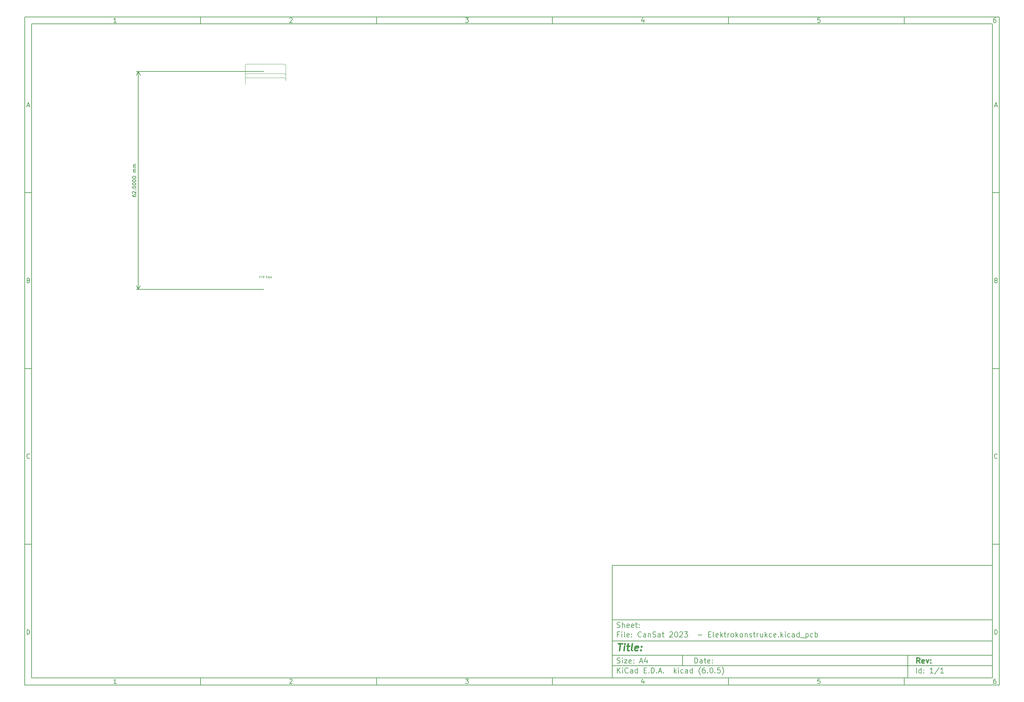
<source format=gbr>
%TF.GenerationSoftware,KiCad,Pcbnew,(6.0.5)*%
%TF.CreationDate,2022-11-07T11:26:13+01:00*%
%TF.ProjectId,CanSat 2023  - Elektrokonstrukce,43616e53-6174-4203-9230-323320202d20,rev?*%
%TF.SameCoordinates,Original*%
%TF.FileFunction,OtherDrawing,Comment*%
%FSLAX46Y46*%
G04 Gerber Fmt 4.6, Leading zero omitted, Abs format (unit mm)*
G04 Created by KiCad (PCBNEW (6.0.5)) date 2022-11-07 11:26:13*
%MOMM*%
%LPD*%
G01*
G04 APERTURE LIST*
%ADD10C,0.100000*%
%ADD11C,0.150000*%
%ADD12C,0.300000*%
%ADD13C,0.400000*%
G04 APERTURE END LIST*
D10*
D11*
X177002200Y-166007200D02*
X177002200Y-198007200D01*
X285002200Y-198007200D01*
X285002200Y-166007200D01*
X177002200Y-166007200D01*
D10*
D11*
X10000000Y-10000000D02*
X10000000Y-200007200D01*
X287002200Y-200007200D01*
X287002200Y-10000000D01*
X10000000Y-10000000D01*
D10*
D11*
X12000000Y-12000000D02*
X12000000Y-198007200D01*
X285002200Y-198007200D01*
X285002200Y-12000000D01*
X12000000Y-12000000D01*
D10*
D11*
X60000000Y-12000000D02*
X60000000Y-10000000D01*
D10*
D11*
X110000000Y-12000000D02*
X110000000Y-10000000D01*
D10*
D11*
X160000000Y-12000000D02*
X160000000Y-10000000D01*
D10*
D11*
X210000000Y-12000000D02*
X210000000Y-10000000D01*
D10*
D11*
X260000000Y-12000000D02*
X260000000Y-10000000D01*
D10*
D11*
X36065476Y-11588095D02*
X35322619Y-11588095D01*
X35694047Y-11588095D02*
X35694047Y-10288095D01*
X35570238Y-10473809D01*
X35446428Y-10597619D01*
X35322619Y-10659523D01*
D10*
D11*
X85322619Y-10411904D02*
X85384523Y-10350000D01*
X85508333Y-10288095D01*
X85817857Y-10288095D01*
X85941666Y-10350000D01*
X86003571Y-10411904D01*
X86065476Y-10535714D01*
X86065476Y-10659523D01*
X86003571Y-10845238D01*
X85260714Y-11588095D01*
X86065476Y-11588095D01*
D10*
D11*
X135260714Y-10288095D02*
X136065476Y-10288095D01*
X135632142Y-10783333D01*
X135817857Y-10783333D01*
X135941666Y-10845238D01*
X136003571Y-10907142D01*
X136065476Y-11030952D01*
X136065476Y-11340476D01*
X136003571Y-11464285D01*
X135941666Y-11526190D01*
X135817857Y-11588095D01*
X135446428Y-11588095D01*
X135322619Y-11526190D01*
X135260714Y-11464285D01*
D10*
D11*
X185941666Y-10721428D02*
X185941666Y-11588095D01*
X185632142Y-10226190D02*
X185322619Y-11154761D01*
X186127380Y-11154761D01*
D10*
D11*
X236003571Y-10288095D02*
X235384523Y-10288095D01*
X235322619Y-10907142D01*
X235384523Y-10845238D01*
X235508333Y-10783333D01*
X235817857Y-10783333D01*
X235941666Y-10845238D01*
X236003571Y-10907142D01*
X236065476Y-11030952D01*
X236065476Y-11340476D01*
X236003571Y-11464285D01*
X235941666Y-11526190D01*
X235817857Y-11588095D01*
X235508333Y-11588095D01*
X235384523Y-11526190D01*
X235322619Y-11464285D01*
D10*
D11*
X285941666Y-10288095D02*
X285694047Y-10288095D01*
X285570238Y-10350000D01*
X285508333Y-10411904D01*
X285384523Y-10597619D01*
X285322619Y-10845238D01*
X285322619Y-11340476D01*
X285384523Y-11464285D01*
X285446428Y-11526190D01*
X285570238Y-11588095D01*
X285817857Y-11588095D01*
X285941666Y-11526190D01*
X286003571Y-11464285D01*
X286065476Y-11340476D01*
X286065476Y-11030952D01*
X286003571Y-10907142D01*
X285941666Y-10845238D01*
X285817857Y-10783333D01*
X285570238Y-10783333D01*
X285446428Y-10845238D01*
X285384523Y-10907142D01*
X285322619Y-11030952D01*
D10*
D11*
X60000000Y-198007200D02*
X60000000Y-200007200D01*
D10*
D11*
X110000000Y-198007200D02*
X110000000Y-200007200D01*
D10*
D11*
X160000000Y-198007200D02*
X160000000Y-200007200D01*
D10*
D11*
X210000000Y-198007200D02*
X210000000Y-200007200D01*
D10*
D11*
X260000000Y-198007200D02*
X260000000Y-200007200D01*
D10*
D11*
X36065476Y-199595295D02*
X35322619Y-199595295D01*
X35694047Y-199595295D02*
X35694047Y-198295295D01*
X35570238Y-198481009D01*
X35446428Y-198604819D01*
X35322619Y-198666723D01*
D10*
D11*
X85322619Y-198419104D02*
X85384523Y-198357200D01*
X85508333Y-198295295D01*
X85817857Y-198295295D01*
X85941666Y-198357200D01*
X86003571Y-198419104D01*
X86065476Y-198542914D01*
X86065476Y-198666723D01*
X86003571Y-198852438D01*
X85260714Y-199595295D01*
X86065476Y-199595295D01*
D10*
D11*
X135260714Y-198295295D02*
X136065476Y-198295295D01*
X135632142Y-198790533D01*
X135817857Y-198790533D01*
X135941666Y-198852438D01*
X136003571Y-198914342D01*
X136065476Y-199038152D01*
X136065476Y-199347676D01*
X136003571Y-199471485D01*
X135941666Y-199533390D01*
X135817857Y-199595295D01*
X135446428Y-199595295D01*
X135322619Y-199533390D01*
X135260714Y-199471485D01*
D10*
D11*
X185941666Y-198728628D02*
X185941666Y-199595295D01*
X185632142Y-198233390D02*
X185322619Y-199161961D01*
X186127380Y-199161961D01*
D10*
D11*
X236003571Y-198295295D02*
X235384523Y-198295295D01*
X235322619Y-198914342D01*
X235384523Y-198852438D01*
X235508333Y-198790533D01*
X235817857Y-198790533D01*
X235941666Y-198852438D01*
X236003571Y-198914342D01*
X236065476Y-199038152D01*
X236065476Y-199347676D01*
X236003571Y-199471485D01*
X235941666Y-199533390D01*
X235817857Y-199595295D01*
X235508333Y-199595295D01*
X235384523Y-199533390D01*
X235322619Y-199471485D01*
D10*
D11*
X285941666Y-198295295D02*
X285694047Y-198295295D01*
X285570238Y-198357200D01*
X285508333Y-198419104D01*
X285384523Y-198604819D01*
X285322619Y-198852438D01*
X285322619Y-199347676D01*
X285384523Y-199471485D01*
X285446428Y-199533390D01*
X285570238Y-199595295D01*
X285817857Y-199595295D01*
X285941666Y-199533390D01*
X286003571Y-199471485D01*
X286065476Y-199347676D01*
X286065476Y-199038152D01*
X286003571Y-198914342D01*
X285941666Y-198852438D01*
X285817857Y-198790533D01*
X285570238Y-198790533D01*
X285446428Y-198852438D01*
X285384523Y-198914342D01*
X285322619Y-199038152D01*
D10*
D11*
X10000000Y-60000000D02*
X12000000Y-60000000D01*
D10*
D11*
X10000000Y-110000000D02*
X12000000Y-110000000D01*
D10*
D11*
X10000000Y-160000000D02*
X12000000Y-160000000D01*
D10*
D11*
X10690476Y-35216666D02*
X11309523Y-35216666D01*
X10566666Y-35588095D02*
X11000000Y-34288095D01*
X11433333Y-35588095D01*
D10*
D11*
X11092857Y-84907142D02*
X11278571Y-84969047D01*
X11340476Y-85030952D01*
X11402380Y-85154761D01*
X11402380Y-85340476D01*
X11340476Y-85464285D01*
X11278571Y-85526190D01*
X11154761Y-85588095D01*
X10659523Y-85588095D01*
X10659523Y-84288095D01*
X11092857Y-84288095D01*
X11216666Y-84350000D01*
X11278571Y-84411904D01*
X11340476Y-84535714D01*
X11340476Y-84659523D01*
X11278571Y-84783333D01*
X11216666Y-84845238D01*
X11092857Y-84907142D01*
X10659523Y-84907142D01*
D10*
D11*
X11402380Y-135464285D02*
X11340476Y-135526190D01*
X11154761Y-135588095D01*
X11030952Y-135588095D01*
X10845238Y-135526190D01*
X10721428Y-135402380D01*
X10659523Y-135278571D01*
X10597619Y-135030952D01*
X10597619Y-134845238D01*
X10659523Y-134597619D01*
X10721428Y-134473809D01*
X10845238Y-134350000D01*
X11030952Y-134288095D01*
X11154761Y-134288095D01*
X11340476Y-134350000D01*
X11402380Y-134411904D01*
D10*
D11*
X10659523Y-185588095D02*
X10659523Y-184288095D01*
X10969047Y-184288095D01*
X11154761Y-184350000D01*
X11278571Y-184473809D01*
X11340476Y-184597619D01*
X11402380Y-184845238D01*
X11402380Y-185030952D01*
X11340476Y-185278571D01*
X11278571Y-185402380D01*
X11154761Y-185526190D01*
X10969047Y-185588095D01*
X10659523Y-185588095D01*
D10*
D11*
X287002200Y-60000000D02*
X285002200Y-60000000D01*
D10*
D11*
X287002200Y-110000000D02*
X285002200Y-110000000D01*
D10*
D11*
X287002200Y-160000000D02*
X285002200Y-160000000D01*
D10*
D11*
X285692676Y-35216666D02*
X286311723Y-35216666D01*
X285568866Y-35588095D02*
X286002200Y-34288095D01*
X286435533Y-35588095D01*
D10*
D11*
X286095057Y-84907142D02*
X286280771Y-84969047D01*
X286342676Y-85030952D01*
X286404580Y-85154761D01*
X286404580Y-85340476D01*
X286342676Y-85464285D01*
X286280771Y-85526190D01*
X286156961Y-85588095D01*
X285661723Y-85588095D01*
X285661723Y-84288095D01*
X286095057Y-84288095D01*
X286218866Y-84350000D01*
X286280771Y-84411904D01*
X286342676Y-84535714D01*
X286342676Y-84659523D01*
X286280771Y-84783333D01*
X286218866Y-84845238D01*
X286095057Y-84907142D01*
X285661723Y-84907142D01*
D10*
D11*
X286404580Y-135464285D02*
X286342676Y-135526190D01*
X286156961Y-135588095D01*
X286033152Y-135588095D01*
X285847438Y-135526190D01*
X285723628Y-135402380D01*
X285661723Y-135278571D01*
X285599819Y-135030952D01*
X285599819Y-134845238D01*
X285661723Y-134597619D01*
X285723628Y-134473809D01*
X285847438Y-134350000D01*
X286033152Y-134288095D01*
X286156961Y-134288095D01*
X286342676Y-134350000D01*
X286404580Y-134411904D01*
D10*
D11*
X285661723Y-185588095D02*
X285661723Y-184288095D01*
X285971247Y-184288095D01*
X286156961Y-184350000D01*
X286280771Y-184473809D01*
X286342676Y-184597619D01*
X286404580Y-184845238D01*
X286404580Y-185030952D01*
X286342676Y-185278571D01*
X286280771Y-185402380D01*
X286156961Y-185526190D01*
X285971247Y-185588095D01*
X285661723Y-185588095D01*
D10*
D11*
X200434342Y-193785771D02*
X200434342Y-192285771D01*
X200791485Y-192285771D01*
X201005771Y-192357200D01*
X201148628Y-192500057D01*
X201220057Y-192642914D01*
X201291485Y-192928628D01*
X201291485Y-193142914D01*
X201220057Y-193428628D01*
X201148628Y-193571485D01*
X201005771Y-193714342D01*
X200791485Y-193785771D01*
X200434342Y-193785771D01*
X202577200Y-193785771D02*
X202577200Y-193000057D01*
X202505771Y-192857200D01*
X202362914Y-192785771D01*
X202077200Y-192785771D01*
X201934342Y-192857200D01*
X202577200Y-193714342D02*
X202434342Y-193785771D01*
X202077200Y-193785771D01*
X201934342Y-193714342D01*
X201862914Y-193571485D01*
X201862914Y-193428628D01*
X201934342Y-193285771D01*
X202077200Y-193214342D01*
X202434342Y-193214342D01*
X202577200Y-193142914D01*
X203077200Y-192785771D02*
X203648628Y-192785771D01*
X203291485Y-192285771D02*
X203291485Y-193571485D01*
X203362914Y-193714342D01*
X203505771Y-193785771D01*
X203648628Y-193785771D01*
X204720057Y-193714342D02*
X204577200Y-193785771D01*
X204291485Y-193785771D01*
X204148628Y-193714342D01*
X204077200Y-193571485D01*
X204077200Y-193000057D01*
X204148628Y-192857200D01*
X204291485Y-192785771D01*
X204577200Y-192785771D01*
X204720057Y-192857200D01*
X204791485Y-193000057D01*
X204791485Y-193142914D01*
X204077200Y-193285771D01*
X205434342Y-193642914D02*
X205505771Y-193714342D01*
X205434342Y-193785771D01*
X205362914Y-193714342D01*
X205434342Y-193642914D01*
X205434342Y-193785771D01*
X205434342Y-192857200D02*
X205505771Y-192928628D01*
X205434342Y-193000057D01*
X205362914Y-192928628D01*
X205434342Y-192857200D01*
X205434342Y-193000057D01*
D10*
D11*
X177002200Y-194507200D02*
X285002200Y-194507200D01*
D10*
D11*
X178434342Y-196585771D02*
X178434342Y-195085771D01*
X179291485Y-196585771D02*
X178648628Y-195728628D01*
X179291485Y-195085771D02*
X178434342Y-195942914D01*
X179934342Y-196585771D02*
X179934342Y-195585771D01*
X179934342Y-195085771D02*
X179862914Y-195157200D01*
X179934342Y-195228628D01*
X180005771Y-195157200D01*
X179934342Y-195085771D01*
X179934342Y-195228628D01*
X181505771Y-196442914D02*
X181434342Y-196514342D01*
X181220057Y-196585771D01*
X181077200Y-196585771D01*
X180862914Y-196514342D01*
X180720057Y-196371485D01*
X180648628Y-196228628D01*
X180577200Y-195942914D01*
X180577200Y-195728628D01*
X180648628Y-195442914D01*
X180720057Y-195300057D01*
X180862914Y-195157200D01*
X181077200Y-195085771D01*
X181220057Y-195085771D01*
X181434342Y-195157200D01*
X181505771Y-195228628D01*
X182791485Y-196585771D02*
X182791485Y-195800057D01*
X182720057Y-195657200D01*
X182577200Y-195585771D01*
X182291485Y-195585771D01*
X182148628Y-195657200D01*
X182791485Y-196514342D02*
X182648628Y-196585771D01*
X182291485Y-196585771D01*
X182148628Y-196514342D01*
X182077200Y-196371485D01*
X182077200Y-196228628D01*
X182148628Y-196085771D01*
X182291485Y-196014342D01*
X182648628Y-196014342D01*
X182791485Y-195942914D01*
X184148628Y-196585771D02*
X184148628Y-195085771D01*
X184148628Y-196514342D02*
X184005771Y-196585771D01*
X183720057Y-196585771D01*
X183577200Y-196514342D01*
X183505771Y-196442914D01*
X183434342Y-196300057D01*
X183434342Y-195871485D01*
X183505771Y-195728628D01*
X183577200Y-195657200D01*
X183720057Y-195585771D01*
X184005771Y-195585771D01*
X184148628Y-195657200D01*
X186005771Y-195800057D02*
X186505771Y-195800057D01*
X186720057Y-196585771D02*
X186005771Y-196585771D01*
X186005771Y-195085771D01*
X186720057Y-195085771D01*
X187362914Y-196442914D02*
X187434342Y-196514342D01*
X187362914Y-196585771D01*
X187291485Y-196514342D01*
X187362914Y-196442914D01*
X187362914Y-196585771D01*
X188077200Y-196585771D02*
X188077200Y-195085771D01*
X188434342Y-195085771D01*
X188648628Y-195157200D01*
X188791485Y-195300057D01*
X188862914Y-195442914D01*
X188934342Y-195728628D01*
X188934342Y-195942914D01*
X188862914Y-196228628D01*
X188791485Y-196371485D01*
X188648628Y-196514342D01*
X188434342Y-196585771D01*
X188077200Y-196585771D01*
X189577200Y-196442914D02*
X189648628Y-196514342D01*
X189577200Y-196585771D01*
X189505771Y-196514342D01*
X189577200Y-196442914D01*
X189577200Y-196585771D01*
X190220057Y-196157200D02*
X190934342Y-196157200D01*
X190077200Y-196585771D02*
X190577200Y-195085771D01*
X191077200Y-196585771D01*
X191577200Y-196442914D02*
X191648628Y-196514342D01*
X191577200Y-196585771D01*
X191505771Y-196514342D01*
X191577200Y-196442914D01*
X191577200Y-196585771D01*
X194577200Y-196585771D02*
X194577200Y-195085771D01*
X194720057Y-196014342D02*
X195148628Y-196585771D01*
X195148628Y-195585771D02*
X194577200Y-196157200D01*
X195791485Y-196585771D02*
X195791485Y-195585771D01*
X195791485Y-195085771D02*
X195720057Y-195157200D01*
X195791485Y-195228628D01*
X195862914Y-195157200D01*
X195791485Y-195085771D01*
X195791485Y-195228628D01*
X197148628Y-196514342D02*
X197005771Y-196585771D01*
X196720057Y-196585771D01*
X196577200Y-196514342D01*
X196505771Y-196442914D01*
X196434342Y-196300057D01*
X196434342Y-195871485D01*
X196505771Y-195728628D01*
X196577200Y-195657200D01*
X196720057Y-195585771D01*
X197005771Y-195585771D01*
X197148628Y-195657200D01*
X198434342Y-196585771D02*
X198434342Y-195800057D01*
X198362914Y-195657200D01*
X198220057Y-195585771D01*
X197934342Y-195585771D01*
X197791485Y-195657200D01*
X198434342Y-196514342D02*
X198291485Y-196585771D01*
X197934342Y-196585771D01*
X197791485Y-196514342D01*
X197720057Y-196371485D01*
X197720057Y-196228628D01*
X197791485Y-196085771D01*
X197934342Y-196014342D01*
X198291485Y-196014342D01*
X198434342Y-195942914D01*
X199791485Y-196585771D02*
X199791485Y-195085771D01*
X199791485Y-196514342D02*
X199648628Y-196585771D01*
X199362914Y-196585771D01*
X199220057Y-196514342D01*
X199148628Y-196442914D01*
X199077200Y-196300057D01*
X199077200Y-195871485D01*
X199148628Y-195728628D01*
X199220057Y-195657200D01*
X199362914Y-195585771D01*
X199648628Y-195585771D01*
X199791485Y-195657200D01*
X202077200Y-197157200D02*
X202005771Y-197085771D01*
X201862914Y-196871485D01*
X201791485Y-196728628D01*
X201720057Y-196514342D01*
X201648628Y-196157200D01*
X201648628Y-195871485D01*
X201720057Y-195514342D01*
X201791485Y-195300057D01*
X201862914Y-195157200D01*
X202005771Y-194942914D01*
X202077200Y-194871485D01*
X203291485Y-195085771D02*
X203005771Y-195085771D01*
X202862914Y-195157200D01*
X202791485Y-195228628D01*
X202648628Y-195442914D01*
X202577200Y-195728628D01*
X202577200Y-196300057D01*
X202648628Y-196442914D01*
X202720057Y-196514342D01*
X202862914Y-196585771D01*
X203148628Y-196585771D01*
X203291485Y-196514342D01*
X203362914Y-196442914D01*
X203434342Y-196300057D01*
X203434342Y-195942914D01*
X203362914Y-195800057D01*
X203291485Y-195728628D01*
X203148628Y-195657200D01*
X202862914Y-195657200D01*
X202720057Y-195728628D01*
X202648628Y-195800057D01*
X202577200Y-195942914D01*
X204077200Y-196442914D02*
X204148628Y-196514342D01*
X204077200Y-196585771D01*
X204005771Y-196514342D01*
X204077200Y-196442914D01*
X204077200Y-196585771D01*
X205077200Y-195085771D02*
X205220057Y-195085771D01*
X205362914Y-195157200D01*
X205434342Y-195228628D01*
X205505771Y-195371485D01*
X205577200Y-195657200D01*
X205577200Y-196014342D01*
X205505771Y-196300057D01*
X205434342Y-196442914D01*
X205362914Y-196514342D01*
X205220057Y-196585771D01*
X205077200Y-196585771D01*
X204934342Y-196514342D01*
X204862914Y-196442914D01*
X204791485Y-196300057D01*
X204720057Y-196014342D01*
X204720057Y-195657200D01*
X204791485Y-195371485D01*
X204862914Y-195228628D01*
X204934342Y-195157200D01*
X205077200Y-195085771D01*
X206220057Y-196442914D02*
X206291485Y-196514342D01*
X206220057Y-196585771D01*
X206148628Y-196514342D01*
X206220057Y-196442914D01*
X206220057Y-196585771D01*
X207648628Y-195085771D02*
X206934342Y-195085771D01*
X206862914Y-195800057D01*
X206934342Y-195728628D01*
X207077200Y-195657200D01*
X207434342Y-195657200D01*
X207577200Y-195728628D01*
X207648628Y-195800057D01*
X207720057Y-195942914D01*
X207720057Y-196300057D01*
X207648628Y-196442914D01*
X207577200Y-196514342D01*
X207434342Y-196585771D01*
X207077200Y-196585771D01*
X206934342Y-196514342D01*
X206862914Y-196442914D01*
X208220057Y-197157200D02*
X208291485Y-197085771D01*
X208434342Y-196871485D01*
X208505771Y-196728628D01*
X208577200Y-196514342D01*
X208648628Y-196157200D01*
X208648628Y-195871485D01*
X208577200Y-195514342D01*
X208505771Y-195300057D01*
X208434342Y-195157200D01*
X208291485Y-194942914D01*
X208220057Y-194871485D01*
D10*
D11*
X177002200Y-191507200D02*
X285002200Y-191507200D01*
D10*
D12*
X264411485Y-193785771D02*
X263911485Y-193071485D01*
X263554342Y-193785771D02*
X263554342Y-192285771D01*
X264125771Y-192285771D01*
X264268628Y-192357200D01*
X264340057Y-192428628D01*
X264411485Y-192571485D01*
X264411485Y-192785771D01*
X264340057Y-192928628D01*
X264268628Y-193000057D01*
X264125771Y-193071485D01*
X263554342Y-193071485D01*
X265625771Y-193714342D02*
X265482914Y-193785771D01*
X265197200Y-193785771D01*
X265054342Y-193714342D01*
X264982914Y-193571485D01*
X264982914Y-193000057D01*
X265054342Y-192857200D01*
X265197200Y-192785771D01*
X265482914Y-192785771D01*
X265625771Y-192857200D01*
X265697200Y-193000057D01*
X265697200Y-193142914D01*
X264982914Y-193285771D01*
X266197200Y-192785771D02*
X266554342Y-193785771D01*
X266911485Y-192785771D01*
X267482914Y-193642914D02*
X267554342Y-193714342D01*
X267482914Y-193785771D01*
X267411485Y-193714342D01*
X267482914Y-193642914D01*
X267482914Y-193785771D01*
X267482914Y-192857200D02*
X267554342Y-192928628D01*
X267482914Y-193000057D01*
X267411485Y-192928628D01*
X267482914Y-192857200D01*
X267482914Y-193000057D01*
D10*
D11*
X178362914Y-193714342D02*
X178577200Y-193785771D01*
X178934342Y-193785771D01*
X179077200Y-193714342D01*
X179148628Y-193642914D01*
X179220057Y-193500057D01*
X179220057Y-193357200D01*
X179148628Y-193214342D01*
X179077200Y-193142914D01*
X178934342Y-193071485D01*
X178648628Y-193000057D01*
X178505771Y-192928628D01*
X178434342Y-192857200D01*
X178362914Y-192714342D01*
X178362914Y-192571485D01*
X178434342Y-192428628D01*
X178505771Y-192357200D01*
X178648628Y-192285771D01*
X179005771Y-192285771D01*
X179220057Y-192357200D01*
X179862914Y-193785771D02*
X179862914Y-192785771D01*
X179862914Y-192285771D02*
X179791485Y-192357200D01*
X179862914Y-192428628D01*
X179934342Y-192357200D01*
X179862914Y-192285771D01*
X179862914Y-192428628D01*
X180434342Y-192785771D02*
X181220057Y-192785771D01*
X180434342Y-193785771D01*
X181220057Y-193785771D01*
X182362914Y-193714342D02*
X182220057Y-193785771D01*
X181934342Y-193785771D01*
X181791485Y-193714342D01*
X181720057Y-193571485D01*
X181720057Y-193000057D01*
X181791485Y-192857200D01*
X181934342Y-192785771D01*
X182220057Y-192785771D01*
X182362914Y-192857200D01*
X182434342Y-193000057D01*
X182434342Y-193142914D01*
X181720057Y-193285771D01*
X183077200Y-193642914D02*
X183148628Y-193714342D01*
X183077200Y-193785771D01*
X183005771Y-193714342D01*
X183077200Y-193642914D01*
X183077200Y-193785771D01*
X183077200Y-192857200D02*
X183148628Y-192928628D01*
X183077200Y-193000057D01*
X183005771Y-192928628D01*
X183077200Y-192857200D01*
X183077200Y-193000057D01*
X184862914Y-193357200D02*
X185577200Y-193357200D01*
X184720057Y-193785771D02*
X185220057Y-192285771D01*
X185720057Y-193785771D01*
X186862914Y-192785771D02*
X186862914Y-193785771D01*
X186505771Y-192214342D02*
X186148628Y-193285771D01*
X187077200Y-193285771D01*
D10*
D11*
X263434342Y-196585771D02*
X263434342Y-195085771D01*
X264791485Y-196585771D02*
X264791485Y-195085771D01*
X264791485Y-196514342D02*
X264648628Y-196585771D01*
X264362914Y-196585771D01*
X264220057Y-196514342D01*
X264148628Y-196442914D01*
X264077200Y-196300057D01*
X264077200Y-195871485D01*
X264148628Y-195728628D01*
X264220057Y-195657200D01*
X264362914Y-195585771D01*
X264648628Y-195585771D01*
X264791485Y-195657200D01*
X265505771Y-196442914D02*
X265577200Y-196514342D01*
X265505771Y-196585771D01*
X265434342Y-196514342D01*
X265505771Y-196442914D01*
X265505771Y-196585771D01*
X265505771Y-195657200D02*
X265577200Y-195728628D01*
X265505771Y-195800057D01*
X265434342Y-195728628D01*
X265505771Y-195657200D01*
X265505771Y-195800057D01*
X268148628Y-196585771D02*
X267291485Y-196585771D01*
X267720057Y-196585771D02*
X267720057Y-195085771D01*
X267577200Y-195300057D01*
X267434342Y-195442914D01*
X267291485Y-195514342D01*
X269862914Y-195014342D02*
X268577200Y-196942914D01*
X271148628Y-196585771D02*
X270291485Y-196585771D01*
X270720057Y-196585771D02*
X270720057Y-195085771D01*
X270577200Y-195300057D01*
X270434342Y-195442914D01*
X270291485Y-195514342D01*
D10*
D11*
X177002200Y-187507200D02*
X285002200Y-187507200D01*
D10*
D13*
X178714580Y-188211961D02*
X179857438Y-188211961D01*
X179036009Y-190211961D02*
X179286009Y-188211961D01*
X180274104Y-190211961D02*
X180440771Y-188878628D01*
X180524104Y-188211961D02*
X180416961Y-188307200D01*
X180500295Y-188402438D01*
X180607438Y-188307200D01*
X180524104Y-188211961D01*
X180500295Y-188402438D01*
X181107438Y-188878628D02*
X181869342Y-188878628D01*
X181476485Y-188211961D02*
X181262200Y-189926247D01*
X181333628Y-190116723D01*
X181512200Y-190211961D01*
X181702676Y-190211961D01*
X182655057Y-190211961D02*
X182476485Y-190116723D01*
X182405057Y-189926247D01*
X182619342Y-188211961D01*
X184190771Y-190116723D02*
X183988390Y-190211961D01*
X183607438Y-190211961D01*
X183428866Y-190116723D01*
X183357438Y-189926247D01*
X183452676Y-189164342D01*
X183571723Y-188973866D01*
X183774104Y-188878628D01*
X184155057Y-188878628D01*
X184333628Y-188973866D01*
X184405057Y-189164342D01*
X184381247Y-189354819D01*
X183405057Y-189545295D01*
X185155057Y-190021485D02*
X185238390Y-190116723D01*
X185131247Y-190211961D01*
X185047914Y-190116723D01*
X185155057Y-190021485D01*
X185131247Y-190211961D01*
X185286009Y-188973866D02*
X185369342Y-189069104D01*
X185262200Y-189164342D01*
X185178866Y-189069104D01*
X185286009Y-188973866D01*
X185262200Y-189164342D01*
D10*
D11*
X178934342Y-185600057D02*
X178434342Y-185600057D01*
X178434342Y-186385771D02*
X178434342Y-184885771D01*
X179148628Y-184885771D01*
X179720057Y-186385771D02*
X179720057Y-185385771D01*
X179720057Y-184885771D02*
X179648628Y-184957200D01*
X179720057Y-185028628D01*
X179791485Y-184957200D01*
X179720057Y-184885771D01*
X179720057Y-185028628D01*
X180648628Y-186385771D02*
X180505771Y-186314342D01*
X180434342Y-186171485D01*
X180434342Y-184885771D01*
X181791485Y-186314342D02*
X181648628Y-186385771D01*
X181362914Y-186385771D01*
X181220057Y-186314342D01*
X181148628Y-186171485D01*
X181148628Y-185600057D01*
X181220057Y-185457200D01*
X181362914Y-185385771D01*
X181648628Y-185385771D01*
X181791485Y-185457200D01*
X181862914Y-185600057D01*
X181862914Y-185742914D01*
X181148628Y-185885771D01*
X182505771Y-186242914D02*
X182577200Y-186314342D01*
X182505771Y-186385771D01*
X182434342Y-186314342D01*
X182505771Y-186242914D01*
X182505771Y-186385771D01*
X182505771Y-185457200D02*
X182577200Y-185528628D01*
X182505771Y-185600057D01*
X182434342Y-185528628D01*
X182505771Y-185457200D01*
X182505771Y-185600057D01*
X185220057Y-186242914D02*
X185148628Y-186314342D01*
X184934342Y-186385771D01*
X184791485Y-186385771D01*
X184577200Y-186314342D01*
X184434342Y-186171485D01*
X184362914Y-186028628D01*
X184291485Y-185742914D01*
X184291485Y-185528628D01*
X184362914Y-185242914D01*
X184434342Y-185100057D01*
X184577200Y-184957200D01*
X184791485Y-184885771D01*
X184934342Y-184885771D01*
X185148628Y-184957200D01*
X185220057Y-185028628D01*
X186505771Y-186385771D02*
X186505771Y-185600057D01*
X186434342Y-185457200D01*
X186291485Y-185385771D01*
X186005771Y-185385771D01*
X185862914Y-185457200D01*
X186505771Y-186314342D02*
X186362914Y-186385771D01*
X186005771Y-186385771D01*
X185862914Y-186314342D01*
X185791485Y-186171485D01*
X185791485Y-186028628D01*
X185862914Y-185885771D01*
X186005771Y-185814342D01*
X186362914Y-185814342D01*
X186505771Y-185742914D01*
X187220057Y-185385771D02*
X187220057Y-186385771D01*
X187220057Y-185528628D02*
X187291485Y-185457200D01*
X187434342Y-185385771D01*
X187648628Y-185385771D01*
X187791485Y-185457200D01*
X187862914Y-185600057D01*
X187862914Y-186385771D01*
X188505771Y-186314342D02*
X188720057Y-186385771D01*
X189077200Y-186385771D01*
X189220057Y-186314342D01*
X189291485Y-186242914D01*
X189362914Y-186100057D01*
X189362914Y-185957200D01*
X189291485Y-185814342D01*
X189220057Y-185742914D01*
X189077200Y-185671485D01*
X188791485Y-185600057D01*
X188648628Y-185528628D01*
X188577200Y-185457200D01*
X188505771Y-185314342D01*
X188505771Y-185171485D01*
X188577200Y-185028628D01*
X188648628Y-184957200D01*
X188791485Y-184885771D01*
X189148628Y-184885771D01*
X189362914Y-184957200D01*
X190648628Y-186385771D02*
X190648628Y-185600057D01*
X190577200Y-185457200D01*
X190434342Y-185385771D01*
X190148628Y-185385771D01*
X190005771Y-185457200D01*
X190648628Y-186314342D02*
X190505771Y-186385771D01*
X190148628Y-186385771D01*
X190005771Y-186314342D01*
X189934342Y-186171485D01*
X189934342Y-186028628D01*
X190005771Y-185885771D01*
X190148628Y-185814342D01*
X190505771Y-185814342D01*
X190648628Y-185742914D01*
X191148628Y-185385771D02*
X191720057Y-185385771D01*
X191362914Y-184885771D02*
X191362914Y-186171485D01*
X191434342Y-186314342D01*
X191577200Y-186385771D01*
X191720057Y-186385771D01*
X193291485Y-185028628D02*
X193362914Y-184957200D01*
X193505771Y-184885771D01*
X193862914Y-184885771D01*
X194005771Y-184957200D01*
X194077200Y-185028628D01*
X194148628Y-185171485D01*
X194148628Y-185314342D01*
X194077200Y-185528628D01*
X193220057Y-186385771D01*
X194148628Y-186385771D01*
X195077200Y-184885771D02*
X195220057Y-184885771D01*
X195362914Y-184957200D01*
X195434342Y-185028628D01*
X195505771Y-185171485D01*
X195577200Y-185457200D01*
X195577200Y-185814342D01*
X195505771Y-186100057D01*
X195434342Y-186242914D01*
X195362914Y-186314342D01*
X195220057Y-186385771D01*
X195077200Y-186385771D01*
X194934342Y-186314342D01*
X194862914Y-186242914D01*
X194791485Y-186100057D01*
X194720057Y-185814342D01*
X194720057Y-185457200D01*
X194791485Y-185171485D01*
X194862914Y-185028628D01*
X194934342Y-184957200D01*
X195077200Y-184885771D01*
X196148628Y-185028628D02*
X196220057Y-184957200D01*
X196362914Y-184885771D01*
X196720057Y-184885771D01*
X196862914Y-184957200D01*
X196934342Y-185028628D01*
X197005771Y-185171485D01*
X197005771Y-185314342D01*
X196934342Y-185528628D01*
X196077200Y-186385771D01*
X197005771Y-186385771D01*
X197505771Y-184885771D02*
X198434342Y-184885771D01*
X197934342Y-185457200D01*
X198148628Y-185457200D01*
X198291485Y-185528628D01*
X198362914Y-185600057D01*
X198434342Y-185742914D01*
X198434342Y-186100057D01*
X198362914Y-186242914D01*
X198291485Y-186314342D01*
X198148628Y-186385771D01*
X197720057Y-186385771D01*
X197577200Y-186314342D01*
X197505771Y-186242914D01*
X201362914Y-185814342D02*
X202505771Y-185814342D01*
X204362914Y-185600057D02*
X204862914Y-185600057D01*
X205077200Y-186385771D02*
X204362914Y-186385771D01*
X204362914Y-184885771D01*
X205077200Y-184885771D01*
X205934342Y-186385771D02*
X205791485Y-186314342D01*
X205720057Y-186171485D01*
X205720057Y-184885771D01*
X207077200Y-186314342D02*
X206934342Y-186385771D01*
X206648628Y-186385771D01*
X206505771Y-186314342D01*
X206434342Y-186171485D01*
X206434342Y-185600057D01*
X206505771Y-185457200D01*
X206648628Y-185385771D01*
X206934342Y-185385771D01*
X207077200Y-185457200D01*
X207148628Y-185600057D01*
X207148628Y-185742914D01*
X206434342Y-185885771D01*
X207791485Y-186385771D02*
X207791485Y-184885771D01*
X207934342Y-185814342D02*
X208362914Y-186385771D01*
X208362914Y-185385771D02*
X207791485Y-185957200D01*
X208791485Y-185385771D02*
X209362914Y-185385771D01*
X209005771Y-184885771D02*
X209005771Y-186171485D01*
X209077200Y-186314342D01*
X209220057Y-186385771D01*
X209362914Y-186385771D01*
X209862914Y-186385771D02*
X209862914Y-185385771D01*
X209862914Y-185671485D02*
X209934342Y-185528628D01*
X210005771Y-185457200D01*
X210148628Y-185385771D01*
X210291485Y-185385771D01*
X211005771Y-186385771D02*
X210862914Y-186314342D01*
X210791485Y-186242914D01*
X210720057Y-186100057D01*
X210720057Y-185671485D01*
X210791485Y-185528628D01*
X210862914Y-185457200D01*
X211005771Y-185385771D01*
X211220057Y-185385771D01*
X211362914Y-185457200D01*
X211434342Y-185528628D01*
X211505771Y-185671485D01*
X211505771Y-186100057D01*
X211434342Y-186242914D01*
X211362914Y-186314342D01*
X211220057Y-186385771D01*
X211005771Y-186385771D01*
X212148628Y-186385771D02*
X212148628Y-184885771D01*
X212291485Y-185814342D02*
X212720057Y-186385771D01*
X212720057Y-185385771D02*
X212148628Y-185957200D01*
X213577200Y-186385771D02*
X213434342Y-186314342D01*
X213362914Y-186242914D01*
X213291485Y-186100057D01*
X213291485Y-185671485D01*
X213362914Y-185528628D01*
X213434342Y-185457200D01*
X213577200Y-185385771D01*
X213791485Y-185385771D01*
X213934342Y-185457200D01*
X214005771Y-185528628D01*
X214077200Y-185671485D01*
X214077200Y-186100057D01*
X214005771Y-186242914D01*
X213934342Y-186314342D01*
X213791485Y-186385771D01*
X213577200Y-186385771D01*
X214720057Y-185385771D02*
X214720057Y-186385771D01*
X214720057Y-185528628D02*
X214791485Y-185457200D01*
X214934342Y-185385771D01*
X215148628Y-185385771D01*
X215291485Y-185457200D01*
X215362914Y-185600057D01*
X215362914Y-186385771D01*
X216005771Y-186314342D02*
X216148628Y-186385771D01*
X216434342Y-186385771D01*
X216577200Y-186314342D01*
X216648628Y-186171485D01*
X216648628Y-186100057D01*
X216577200Y-185957200D01*
X216434342Y-185885771D01*
X216220057Y-185885771D01*
X216077200Y-185814342D01*
X216005771Y-185671485D01*
X216005771Y-185600057D01*
X216077200Y-185457200D01*
X216220057Y-185385771D01*
X216434342Y-185385771D01*
X216577200Y-185457200D01*
X217077200Y-185385771D02*
X217648628Y-185385771D01*
X217291485Y-184885771D02*
X217291485Y-186171485D01*
X217362914Y-186314342D01*
X217505771Y-186385771D01*
X217648628Y-186385771D01*
X218148628Y-186385771D02*
X218148628Y-185385771D01*
X218148628Y-185671485D02*
X218220057Y-185528628D01*
X218291485Y-185457200D01*
X218434342Y-185385771D01*
X218577200Y-185385771D01*
X219720057Y-185385771D02*
X219720057Y-186385771D01*
X219077200Y-185385771D02*
X219077200Y-186171485D01*
X219148628Y-186314342D01*
X219291485Y-186385771D01*
X219505771Y-186385771D01*
X219648628Y-186314342D01*
X219720057Y-186242914D01*
X220434342Y-186385771D02*
X220434342Y-184885771D01*
X220577200Y-185814342D02*
X221005771Y-186385771D01*
X221005771Y-185385771D02*
X220434342Y-185957200D01*
X222291485Y-186314342D02*
X222148628Y-186385771D01*
X221862914Y-186385771D01*
X221720057Y-186314342D01*
X221648628Y-186242914D01*
X221577200Y-186100057D01*
X221577200Y-185671485D01*
X221648628Y-185528628D01*
X221720057Y-185457200D01*
X221862914Y-185385771D01*
X222148628Y-185385771D01*
X222291485Y-185457200D01*
X223505771Y-186314342D02*
X223362914Y-186385771D01*
X223077200Y-186385771D01*
X222934342Y-186314342D01*
X222862914Y-186171485D01*
X222862914Y-185600057D01*
X222934342Y-185457200D01*
X223077200Y-185385771D01*
X223362914Y-185385771D01*
X223505771Y-185457200D01*
X223577200Y-185600057D01*
X223577200Y-185742914D01*
X222862914Y-185885771D01*
X224220057Y-186242914D02*
X224291485Y-186314342D01*
X224220057Y-186385771D01*
X224148628Y-186314342D01*
X224220057Y-186242914D01*
X224220057Y-186385771D01*
X224934342Y-186385771D02*
X224934342Y-184885771D01*
X225077200Y-185814342D02*
X225505771Y-186385771D01*
X225505771Y-185385771D02*
X224934342Y-185957200D01*
X226148628Y-186385771D02*
X226148628Y-185385771D01*
X226148628Y-184885771D02*
X226077200Y-184957200D01*
X226148628Y-185028628D01*
X226220057Y-184957200D01*
X226148628Y-184885771D01*
X226148628Y-185028628D01*
X227505771Y-186314342D02*
X227362914Y-186385771D01*
X227077200Y-186385771D01*
X226934342Y-186314342D01*
X226862914Y-186242914D01*
X226791485Y-186100057D01*
X226791485Y-185671485D01*
X226862914Y-185528628D01*
X226934342Y-185457200D01*
X227077200Y-185385771D01*
X227362914Y-185385771D01*
X227505771Y-185457200D01*
X228791485Y-186385771D02*
X228791485Y-185600057D01*
X228720057Y-185457200D01*
X228577200Y-185385771D01*
X228291485Y-185385771D01*
X228148628Y-185457200D01*
X228791485Y-186314342D02*
X228648628Y-186385771D01*
X228291485Y-186385771D01*
X228148628Y-186314342D01*
X228077200Y-186171485D01*
X228077200Y-186028628D01*
X228148628Y-185885771D01*
X228291485Y-185814342D01*
X228648628Y-185814342D01*
X228791485Y-185742914D01*
X230148628Y-186385771D02*
X230148628Y-184885771D01*
X230148628Y-186314342D02*
X230005771Y-186385771D01*
X229720057Y-186385771D01*
X229577200Y-186314342D01*
X229505771Y-186242914D01*
X229434342Y-186100057D01*
X229434342Y-185671485D01*
X229505771Y-185528628D01*
X229577200Y-185457200D01*
X229720057Y-185385771D01*
X230005771Y-185385771D01*
X230148628Y-185457200D01*
X230505771Y-186528628D02*
X231648628Y-186528628D01*
X232005771Y-185385771D02*
X232005771Y-186885771D01*
X232005771Y-185457200D02*
X232148628Y-185385771D01*
X232434342Y-185385771D01*
X232577200Y-185457200D01*
X232648628Y-185528628D01*
X232720057Y-185671485D01*
X232720057Y-186100057D01*
X232648628Y-186242914D01*
X232577200Y-186314342D01*
X232434342Y-186385771D01*
X232148628Y-186385771D01*
X232005771Y-186314342D01*
X234005771Y-186314342D02*
X233862914Y-186385771D01*
X233577200Y-186385771D01*
X233434342Y-186314342D01*
X233362914Y-186242914D01*
X233291485Y-186100057D01*
X233291485Y-185671485D01*
X233362914Y-185528628D01*
X233434342Y-185457200D01*
X233577200Y-185385771D01*
X233862914Y-185385771D01*
X234005771Y-185457200D01*
X234648628Y-186385771D02*
X234648628Y-184885771D01*
X234648628Y-185457200D02*
X234791485Y-185385771D01*
X235077200Y-185385771D01*
X235220057Y-185457200D01*
X235291485Y-185528628D01*
X235362914Y-185671485D01*
X235362914Y-186100057D01*
X235291485Y-186242914D01*
X235220057Y-186314342D01*
X235077200Y-186385771D01*
X234791485Y-186385771D01*
X234648628Y-186314342D01*
D10*
D11*
X177002200Y-181507200D02*
X285002200Y-181507200D01*
D10*
D11*
X178362914Y-183614342D02*
X178577200Y-183685771D01*
X178934342Y-183685771D01*
X179077200Y-183614342D01*
X179148628Y-183542914D01*
X179220057Y-183400057D01*
X179220057Y-183257200D01*
X179148628Y-183114342D01*
X179077200Y-183042914D01*
X178934342Y-182971485D01*
X178648628Y-182900057D01*
X178505771Y-182828628D01*
X178434342Y-182757200D01*
X178362914Y-182614342D01*
X178362914Y-182471485D01*
X178434342Y-182328628D01*
X178505771Y-182257200D01*
X178648628Y-182185771D01*
X179005771Y-182185771D01*
X179220057Y-182257200D01*
X179862914Y-183685771D02*
X179862914Y-182185771D01*
X180505771Y-183685771D02*
X180505771Y-182900057D01*
X180434342Y-182757200D01*
X180291485Y-182685771D01*
X180077200Y-182685771D01*
X179934342Y-182757200D01*
X179862914Y-182828628D01*
X181791485Y-183614342D02*
X181648628Y-183685771D01*
X181362914Y-183685771D01*
X181220057Y-183614342D01*
X181148628Y-183471485D01*
X181148628Y-182900057D01*
X181220057Y-182757200D01*
X181362914Y-182685771D01*
X181648628Y-182685771D01*
X181791485Y-182757200D01*
X181862914Y-182900057D01*
X181862914Y-183042914D01*
X181148628Y-183185771D01*
X183077200Y-183614342D02*
X182934342Y-183685771D01*
X182648628Y-183685771D01*
X182505771Y-183614342D01*
X182434342Y-183471485D01*
X182434342Y-182900057D01*
X182505771Y-182757200D01*
X182648628Y-182685771D01*
X182934342Y-182685771D01*
X183077200Y-182757200D01*
X183148628Y-182900057D01*
X183148628Y-183042914D01*
X182434342Y-183185771D01*
X183577200Y-182685771D02*
X184148628Y-182685771D01*
X183791485Y-182185771D02*
X183791485Y-183471485D01*
X183862914Y-183614342D01*
X184005771Y-183685771D01*
X184148628Y-183685771D01*
X184648628Y-183542914D02*
X184720057Y-183614342D01*
X184648628Y-183685771D01*
X184577200Y-183614342D01*
X184648628Y-183542914D01*
X184648628Y-183685771D01*
X184648628Y-182757200D02*
X184720057Y-182828628D01*
X184648628Y-182900057D01*
X184577200Y-182828628D01*
X184648628Y-182757200D01*
X184648628Y-182900057D01*
D10*
D12*
D10*
D11*
D10*
D11*
D10*
D11*
D10*
D11*
D10*
D11*
X197002200Y-191507200D02*
X197002200Y-194507200D01*
D10*
D11*
X261002200Y-191507200D02*
X261002200Y-198007200D01*
X40622380Y-60642857D02*
X40622380Y-60833333D01*
X40670000Y-60928571D01*
X40717619Y-60976190D01*
X40860476Y-61071428D01*
X41050952Y-61119047D01*
X41431904Y-61119047D01*
X41527142Y-61071428D01*
X41574761Y-61023809D01*
X41622380Y-60928571D01*
X41622380Y-60738095D01*
X41574761Y-60642857D01*
X41527142Y-60595238D01*
X41431904Y-60547619D01*
X41193809Y-60547619D01*
X41098571Y-60595238D01*
X41050952Y-60642857D01*
X41003333Y-60738095D01*
X41003333Y-60928571D01*
X41050952Y-61023809D01*
X41098571Y-61071428D01*
X41193809Y-61119047D01*
X40717619Y-60166666D02*
X40670000Y-60119047D01*
X40622380Y-60023809D01*
X40622380Y-59785714D01*
X40670000Y-59690476D01*
X40717619Y-59642857D01*
X40812857Y-59595238D01*
X40908095Y-59595238D01*
X41050952Y-59642857D01*
X41622380Y-60214285D01*
X41622380Y-59595238D01*
X41527142Y-59166666D02*
X41574761Y-59119047D01*
X41622380Y-59166666D01*
X41574761Y-59214285D01*
X41527142Y-59166666D01*
X41622380Y-59166666D01*
X40622380Y-58500000D02*
X40622380Y-58404761D01*
X40670000Y-58309523D01*
X40717619Y-58261904D01*
X40812857Y-58214285D01*
X41003333Y-58166666D01*
X41241428Y-58166666D01*
X41431904Y-58214285D01*
X41527142Y-58261904D01*
X41574761Y-58309523D01*
X41622380Y-58404761D01*
X41622380Y-58500000D01*
X41574761Y-58595238D01*
X41527142Y-58642857D01*
X41431904Y-58690476D01*
X41241428Y-58738095D01*
X41003333Y-58738095D01*
X40812857Y-58690476D01*
X40717619Y-58642857D01*
X40670000Y-58595238D01*
X40622380Y-58500000D01*
X40622380Y-57547619D02*
X40622380Y-57452380D01*
X40670000Y-57357142D01*
X40717619Y-57309523D01*
X40812857Y-57261904D01*
X41003333Y-57214285D01*
X41241428Y-57214285D01*
X41431904Y-57261904D01*
X41527142Y-57309523D01*
X41574761Y-57357142D01*
X41622380Y-57452380D01*
X41622380Y-57547619D01*
X41574761Y-57642857D01*
X41527142Y-57690476D01*
X41431904Y-57738095D01*
X41241428Y-57785714D01*
X41003333Y-57785714D01*
X40812857Y-57738095D01*
X40717619Y-57690476D01*
X40670000Y-57642857D01*
X40622380Y-57547619D01*
X40622380Y-56595238D02*
X40622380Y-56500000D01*
X40670000Y-56404761D01*
X40717619Y-56357142D01*
X40812857Y-56309523D01*
X41003333Y-56261904D01*
X41241428Y-56261904D01*
X41431904Y-56309523D01*
X41527142Y-56357142D01*
X41574761Y-56404761D01*
X41622380Y-56500000D01*
X41622380Y-56595238D01*
X41574761Y-56690476D01*
X41527142Y-56738095D01*
X41431904Y-56785714D01*
X41241428Y-56833333D01*
X41003333Y-56833333D01*
X40812857Y-56785714D01*
X40717619Y-56738095D01*
X40670000Y-56690476D01*
X40622380Y-56595238D01*
X40622380Y-55642857D02*
X40622380Y-55547619D01*
X40670000Y-55452380D01*
X40717619Y-55404761D01*
X40812857Y-55357142D01*
X41003333Y-55309523D01*
X41241428Y-55309523D01*
X41431904Y-55357142D01*
X41527142Y-55404761D01*
X41574761Y-55452380D01*
X41622380Y-55547619D01*
X41622380Y-55642857D01*
X41574761Y-55738095D01*
X41527142Y-55785714D01*
X41431904Y-55833333D01*
X41241428Y-55880952D01*
X41003333Y-55880952D01*
X40812857Y-55833333D01*
X40717619Y-55785714D01*
X40670000Y-55738095D01*
X40622380Y-55642857D01*
X41622380Y-54119047D02*
X40955714Y-54119047D01*
X41050952Y-54119047D02*
X41003333Y-54071428D01*
X40955714Y-53976190D01*
X40955714Y-53833333D01*
X41003333Y-53738095D01*
X41098571Y-53690476D01*
X41622380Y-53690476D01*
X41098571Y-53690476D02*
X41003333Y-53642857D01*
X40955714Y-53547619D01*
X40955714Y-53404761D01*
X41003333Y-53309523D01*
X41098571Y-53261904D01*
X41622380Y-53261904D01*
X41622380Y-52785714D02*
X40955714Y-52785714D01*
X41050952Y-52785714D02*
X41003333Y-52738095D01*
X40955714Y-52642857D01*
X40955714Y-52500000D01*
X41003333Y-52404761D01*
X41098571Y-52357142D01*
X41622380Y-52357142D01*
X41098571Y-52357142D02*
X41003333Y-52309523D01*
X40955714Y-52214285D01*
X40955714Y-52071428D01*
X41003333Y-51976190D01*
X41098571Y-51928571D01*
X41622380Y-51928571D01*
X77950000Y-25500000D02*
X41733580Y-25500000D01*
X77950000Y-87500000D02*
X41733580Y-87500000D01*
X42320000Y-25500000D02*
X42320000Y-87500000D01*
X42320000Y-25500000D02*
X42320000Y-87500000D01*
X42320000Y-25500000D02*
X41733579Y-26626504D01*
X42320000Y-25500000D02*
X42906421Y-26626504D01*
X42320000Y-87500000D02*
X42906421Y-86373496D01*
X42320000Y-87500000D02*
X41733579Y-86373496D01*
D10*
%TO.C,J301*%
X76735714Y-84151190D02*
X76735714Y-83651190D01*
X76926190Y-83651190D01*
X76973809Y-83675000D01*
X76997619Y-83698809D01*
X77021428Y-83746428D01*
X77021428Y-83817857D01*
X76997619Y-83865476D01*
X76973809Y-83889285D01*
X76926190Y-83913095D01*
X76735714Y-83913095D01*
X77521428Y-84103571D02*
X77497619Y-84127380D01*
X77426190Y-84151190D01*
X77378571Y-84151190D01*
X77307142Y-84127380D01*
X77259523Y-84079761D01*
X77235714Y-84032142D01*
X77211904Y-83936904D01*
X77211904Y-83865476D01*
X77235714Y-83770238D01*
X77259523Y-83722619D01*
X77307142Y-83675000D01*
X77378571Y-83651190D01*
X77426190Y-83651190D01*
X77497619Y-83675000D01*
X77521428Y-83698809D01*
X77902380Y-83889285D02*
X77973809Y-83913095D01*
X77997619Y-83936904D01*
X78021428Y-83984523D01*
X78021428Y-84055952D01*
X77997619Y-84103571D01*
X77973809Y-84127380D01*
X77926190Y-84151190D01*
X77735714Y-84151190D01*
X77735714Y-83651190D01*
X77902380Y-83651190D01*
X77950000Y-83675000D01*
X77973809Y-83698809D01*
X77997619Y-83746428D01*
X77997619Y-83794047D01*
X77973809Y-83841666D01*
X77950000Y-83865476D01*
X77902380Y-83889285D01*
X77735714Y-83889285D01*
X78616666Y-83889285D02*
X78783333Y-83889285D01*
X78854761Y-84151190D02*
X78616666Y-84151190D01*
X78616666Y-83651190D01*
X78854761Y-83651190D01*
X79283333Y-84151190D02*
X79283333Y-83651190D01*
X79283333Y-84127380D02*
X79235714Y-84151190D01*
X79140476Y-84151190D01*
X79092857Y-84127380D01*
X79069047Y-84103571D01*
X79045238Y-84055952D01*
X79045238Y-83913095D01*
X79069047Y-83865476D01*
X79092857Y-83841666D01*
X79140476Y-83817857D01*
X79235714Y-83817857D01*
X79283333Y-83841666D01*
X79735714Y-83817857D02*
X79735714Y-84222619D01*
X79711904Y-84270238D01*
X79688095Y-84294047D01*
X79640476Y-84317857D01*
X79569047Y-84317857D01*
X79521428Y-84294047D01*
X79735714Y-84127380D02*
X79688095Y-84151190D01*
X79592857Y-84151190D01*
X79545238Y-84127380D01*
X79521428Y-84103571D01*
X79497619Y-84055952D01*
X79497619Y-83913095D01*
X79521428Y-83865476D01*
X79545238Y-83841666D01*
X79592857Y-83817857D01*
X79688095Y-83817857D01*
X79735714Y-83841666D01*
X80164285Y-84127380D02*
X80116666Y-84151190D01*
X80021428Y-84151190D01*
X79973809Y-84127380D01*
X79950000Y-84079761D01*
X79950000Y-83889285D01*
X79973809Y-83841666D01*
X80021428Y-83817857D01*
X80116666Y-83817857D01*
X80164285Y-83841666D01*
X80188095Y-83889285D01*
X80188095Y-83936904D01*
X79950000Y-83984523D01*
%TO.C,J1901*%
X84150000Y-28125000D02*
X84150000Y-26525000D01*
X84150000Y-28125000D02*
X84150000Y-23825000D01*
X73050000Y-27275000D02*
X83750000Y-27275000D01*
X72650000Y-26525000D02*
X72650000Y-28125000D01*
X72650000Y-23825000D02*
X72650000Y-28125000D01*
X73050000Y-26125000D02*
X83750000Y-26125000D01*
X73050000Y-23425000D02*
X83750000Y-23425000D01*
X72650000Y-27675000D02*
X72650000Y-29125000D01*
X84150000Y-28125000D02*
X84150000Y-27675000D01*
X84150000Y-27675000D02*
G75*
G03*
X83750000Y-27275000I-400000J0D01*
G01*
X73050000Y-26125000D02*
G75*
G03*
X72650000Y-26525000I-1J-399999D01*
G01*
X73050000Y-23425000D02*
G75*
G03*
X72650000Y-23825000I-1J-399999D01*
G01*
X84150000Y-26525000D02*
G75*
G03*
X83750000Y-26125000I-400000J0D01*
G01*
X73050000Y-27275000D02*
G75*
G03*
X72650000Y-27675000I-1J-399999D01*
G01*
X84150000Y-23825000D02*
G75*
G03*
X83750000Y-23425000I-400000J0D01*
G01*
%TD*%
M02*

</source>
